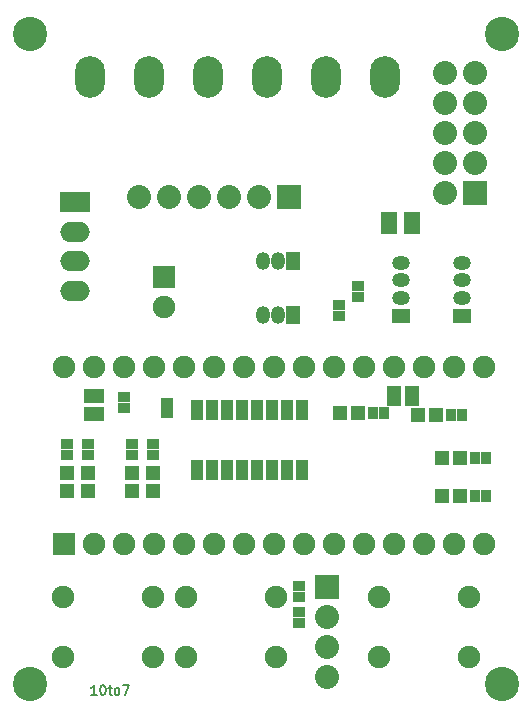
<source format=gts>
G04 (created by PCBNEW-RS274X (2012-apr-16-27)-stable) date Mon 12 May 2014 12:41:31 BST*
G01*
G70*
G90*
%MOIN*%
G04 Gerber Fmt 3.4, Leading zero omitted, Abs format*
%FSLAX34Y34*%
G04 APERTURE LIST*
%ADD10C,0.006000*%
%ADD11C,0.007900*%
%ADD12C,0.075000*%
%ADD13R,0.040000X0.065000*%
%ADD14R,0.055000X0.075000*%
%ADD15R,0.065000X0.045000*%
%ADD16R,0.045000X0.065000*%
%ADD17R,0.043600X0.035700*%
%ADD18R,0.035700X0.043600*%
%ADD19R,0.080000X0.080000*%
%ADD20C,0.080000*%
%ADD21R,0.051400X0.051400*%
%ADD22O,0.059400X0.047600*%
%ADD23R,0.059400X0.047600*%
%ADD24O,0.047600X0.059400*%
%ADD25R,0.047600X0.059400*%
%ADD26R,0.075000X0.075000*%
%ADD27C,0.114500*%
%ADD28O,0.098700X0.067200*%
%ADD29R,0.098800X0.067200*%
%ADD30O,0.098700X0.138700*%
G04 APERTURE END LIST*
G54D10*
G54D11*
X61436Y-47529D02*
X61256Y-47529D01*
X61346Y-47529D02*
X61346Y-47214D01*
X61316Y-47259D01*
X61286Y-47289D01*
X61256Y-47304D01*
X61631Y-47214D02*
X61661Y-47214D01*
X61691Y-47229D01*
X61706Y-47244D01*
X61721Y-47274D01*
X61736Y-47334D01*
X61736Y-47409D01*
X61721Y-47469D01*
X61706Y-47499D01*
X61691Y-47514D01*
X61661Y-47529D01*
X61631Y-47529D01*
X61601Y-47514D01*
X61586Y-47499D01*
X61571Y-47469D01*
X61556Y-47409D01*
X61556Y-47334D01*
X61571Y-47274D01*
X61586Y-47244D01*
X61601Y-47229D01*
X61631Y-47214D01*
X61826Y-47319D02*
X61946Y-47319D01*
X61871Y-47214D02*
X61871Y-47484D01*
X61886Y-47514D01*
X61916Y-47529D01*
X61946Y-47529D01*
X62096Y-47529D02*
X62066Y-47514D01*
X62051Y-47499D01*
X62036Y-47469D01*
X62036Y-47379D01*
X62051Y-47349D01*
X62066Y-47334D01*
X62096Y-47319D01*
X62141Y-47319D01*
X62171Y-47334D01*
X62186Y-47349D01*
X62201Y-47379D01*
X62201Y-47469D01*
X62186Y-47499D01*
X62171Y-47514D01*
X62141Y-47529D01*
X62096Y-47529D01*
X62306Y-47214D02*
X62516Y-47214D01*
X62381Y-47529D01*
G54D12*
X73863Y-44276D03*
X73863Y-46276D03*
X70863Y-44276D03*
X70863Y-46276D03*
X67406Y-44276D03*
X67406Y-46276D03*
X64406Y-44276D03*
X64406Y-46276D03*
X63312Y-44276D03*
X63312Y-46276D03*
X60312Y-44276D03*
X60312Y-46276D03*
G54D13*
X64786Y-40055D03*
X65286Y-40055D03*
X65786Y-40055D03*
X66286Y-40055D03*
X66786Y-40055D03*
X67286Y-40055D03*
X67786Y-40055D03*
X68286Y-40055D03*
X68286Y-38055D03*
X67786Y-38055D03*
X67286Y-38055D03*
X66786Y-38055D03*
X66286Y-38055D03*
X65786Y-38055D03*
X65286Y-38055D03*
X64786Y-38055D03*
G54D14*
X71950Y-31811D03*
X71200Y-31811D03*
G54D15*
X61339Y-37574D03*
X61339Y-38174D03*
G54D16*
X71354Y-37559D03*
X71954Y-37559D03*
G54D17*
X63800Y-37795D03*
X63800Y-38149D03*
X62362Y-37618D03*
X62362Y-37972D03*
G54D18*
X71007Y-38149D03*
X70653Y-38149D03*
X73603Y-38208D03*
X73249Y-38208D03*
X74411Y-40905D03*
X74057Y-40905D03*
X74410Y-39627D03*
X74056Y-39627D03*
G54D17*
X60455Y-39527D03*
X60455Y-39173D03*
X63308Y-39527D03*
X63308Y-39173D03*
X62620Y-39527D03*
X62620Y-39173D03*
X68189Y-44271D03*
X68189Y-43917D03*
X68189Y-44783D03*
X68189Y-45137D03*
X69527Y-34548D03*
X69527Y-34902D03*
X70156Y-33918D03*
X70156Y-34272D03*
G54D19*
X69134Y-43933D03*
G54D20*
X69134Y-44933D03*
X69134Y-45933D03*
X69134Y-46933D03*
G54D19*
X67854Y-30945D03*
G54D20*
X66854Y-30945D03*
X65854Y-30945D03*
X64854Y-30945D03*
X63854Y-30945D03*
X62854Y-30945D03*
G54D21*
X62620Y-40137D03*
X62620Y-40727D03*
X60455Y-40137D03*
X60455Y-40727D03*
X73544Y-39627D03*
X72954Y-39627D03*
X73544Y-40905D03*
X72954Y-40905D03*
X72737Y-38208D03*
X72147Y-38208D03*
X70141Y-38150D03*
X69551Y-38150D03*
X63308Y-40727D03*
X63308Y-40137D03*
X61143Y-40727D03*
X61143Y-40137D03*
G54D22*
X71574Y-33130D03*
G54D23*
X71574Y-34902D03*
G54D22*
X71574Y-33721D03*
X71574Y-34311D03*
X71574Y-34311D03*
X71574Y-33721D03*
G54D23*
X71574Y-34902D03*
G54D22*
X71574Y-33130D03*
X73622Y-33130D03*
G54D23*
X73622Y-34902D03*
G54D22*
X73622Y-33721D03*
X73622Y-34311D03*
X73622Y-34311D03*
X73622Y-33721D03*
G54D23*
X73622Y-34902D03*
G54D22*
X73622Y-33130D03*
G54D24*
X67481Y-34882D03*
X66969Y-34882D03*
G54D25*
X67993Y-34882D03*
G54D24*
X67481Y-33071D03*
X66969Y-33071D03*
G54D25*
X67993Y-33071D03*
G54D26*
X63701Y-33594D03*
G54D12*
X63701Y-34594D03*
X74351Y-42500D03*
X73351Y-36594D03*
X72351Y-36594D03*
X71351Y-36594D03*
X70351Y-36594D03*
X69351Y-36594D03*
X68351Y-36594D03*
X67351Y-36594D03*
X66351Y-36594D03*
X65351Y-36594D03*
X64351Y-36594D03*
X63351Y-36594D03*
X62351Y-36594D03*
X61351Y-36594D03*
X60351Y-36594D03*
G54D26*
X60351Y-42500D03*
G54D12*
X61351Y-42500D03*
X62351Y-42500D03*
X63351Y-42500D03*
X64351Y-42500D03*
X65351Y-42500D03*
X66351Y-42500D03*
X67351Y-42500D03*
X68351Y-42500D03*
X69351Y-42500D03*
X70351Y-42500D03*
X71351Y-42500D03*
X72351Y-42500D03*
X73351Y-42500D03*
X74351Y-36594D03*
G54D17*
X61143Y-39173D03*
X61143Y-39527D03*
G54D19*
X74043Y-30819D03*
G54D20*
X73043Y-30819D03*
X74043Y-29819D03*
X73043Y-29819D03*
X74043Y-28819D03*
X73043Y-28819D03*
X74043Y-27819D03*
X73043Y-27819D03*
X74043Y-26819D03*
X73043Y-26819D03*
G54D27*
X74962Y-47165D03*
X59213Y-25512D03*
X74961Y-25512D03*
X59214Y-47165D03*
G54D28*
X60709Y-32106D03*
X60709Y-33090D03*
G54D29*
X60709Y-31122D03*
G54D28*
X60709Y-34074D03*
G54D30*
X63189Y-26929D03*
X61221Y-26929D03*
X67125Y-26930D03*
X65157Y-26930D03*
X71063Y-26929D03*
X69095Y-26929D03*
M02*

</source>
